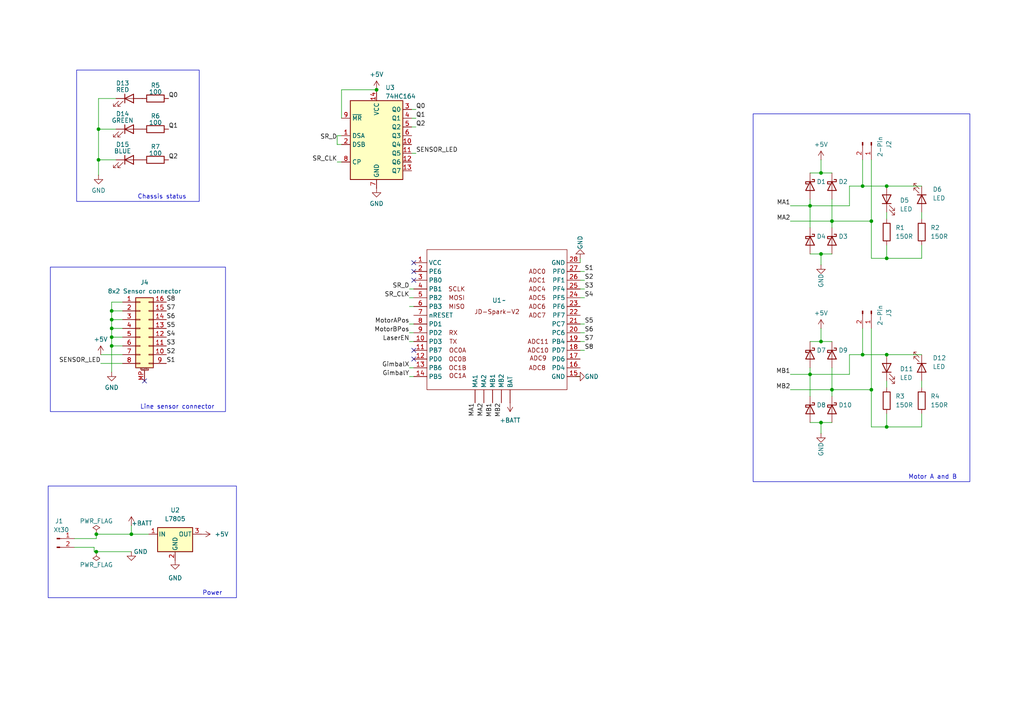
<source format=kicad_sch>
(kicad_sch (version 20231120) (generator "eeschema") (generator_version "8.0")
  (paper "A4")
  (lib_symbols
    (symbol "74xx:74HC164"
      (property "Reference" "U" (at 1.905 -13.97 0))
      (property "Value" "74HC164" (at 1.905 -16.51 0))
      (symbol "74HC164_0_1"
        (rectangle (start 7.62 10.16) (end -7.62 -12.7) (stroke (width 0.254)) (fill (type background)))
      )
      (symbol "74HC164_1_1"
        (pin input line (at -10.16 0 0) (length 2.54) (name "DSA") (number "1"))
        (pin output line (at 10.16 -2.54 180) (length 2.54) (name "Q4") (number "10"))
        (pin output line (at 10.16 -5.08 180) (length 2.54) (name "Q5") (number "11"))
        (pin output line (at 10.16 -7.62 180) (length 2.54) (name "Q6") (number "12"))
        (pin output line (at 10.16 -10.16 180) (length 2.54) (name "Q7") (number "13"))
        (pin power_in line (at 0 12.7 270) (length 2.54) (name "VCC") (number "14"))
        (pin input line (at -10.16 -2.54 0) (length 2.54) (name "DSB") (number "2"))
        (pin output line (at 10.16 7.62 180) (length 2.54) (name "Q0") (number "3"))
        (pin output line (at 10.16 5.08 180) (length 2.54) (name "Q1") (number "4"))
        (pin output line (at 10.16 2.54 180) (length 2.54) (name "Q2") (number "5"))
        (pin output line (at 10.16 0 180) (length 2.54) (name "Q3") (number "6"))
        (pin power_in line (at 0 -15.24 90) (length 2.54) (name "GND") (number "7"))
        (pin input line (at -10.16 -7.62 0) (length 2.54) (name "CP") (number "8"))
        (pin input line (at -10.16 5.08 0) (length 2.54) (name "~{MR}") (number "9"))
      )
    )
    (symbol "Connector:Conn_01x02_Pin" (pin_names (offset 1.016) hide)
      (property "Reference" "J" (at 0 2.54 0))
      (property "Value" "Conn_01x02_Pin" (at 0 -5.08 0))
      (symbol "Conn_01x02_Pin_1_1"
        (polyline (pts (xy 1.27 -2.54) (xy 0.8636 -2.54)) (stroke (width 0.1524)))
        (polyline (pts (xy 1.27 0) (xy 0.8636 0)) (stroke (width 0.1524)))
        (rectangle (start 0.8636 -2.413) (end 0 -2.667) (stroke (width 0.1524)) (fill (type outline)))
        (rectangle (start 0.8636 0.127) (end 0 -0.127) (stroke (width 0.1524)) (fill (type outline)))
        (pin passive line (at 5.08 0 180) (length 3.81) (name "Pin_1") (number "1"))
        (pin passive line (at 5.08 -2.54 180) (length 3.81) (name "Pin_2") (number "2"))
      )
    )
    (symbol "Connector_Generic_MountingPin:Conn_02x08_Counter_Clockwise_MountingPin" (pin_names (offset 1.016) hide)
      (property "Reference" "J" (at 1.27 10.16 0))
      (property "Value" "Conn_02x08_Counter_Clockwise_MountingPin" (at 2.54 -12.7 0))
      (symbol "Conn_02x08_Counter_Clockwise_MountingPin_1_1"
        (rectangle (start -1.27 -10.033) (end 0 -10.287) (stroke (width 0.1524)))
        (rectangle (start -1.27 -7.493) (end 0 -7.747) (stroke (width 0.1524)))
        (rectangle (start -1.27 -4.953) (end 0 -5.207) (stroke (width 0.1524)))
        (rectangle (start -1.27 -2.413) (end 0 -2.667) (stroke (width 0.1524)))
        (rectangle (start -1.27 0.127) (end 0 -0.127) (stroke (width 0.1524)))
        (rectangle (start -1.27 2.667) (end 0 2.413) (stroke (width 0.1524)))
        (rectangle (start -1.27 5.207) (end 0 4.953) (stroke (width 0.1524)))
        (rectangle (start -1.27 7.747) (end 0 7.493) (stroke (width 0.1524)))
        (rectangle (start -1.27 8.89) (end 3.81 -11.43) (stroke (width 0.254)) (fill (type background)))
        (polyline (pts (xy 0.254 -12.192) (xy 2.286 -12.192)) (stroke (width 0.1524)))
        (rectangle (start 3.81 -10.033) (end 2.54 -10.287) (stroke (width 0.1524)))
        (rectangle (start 3.81 -7.493) (end 2.54 -7.747) (stroke (width 0.1524)))
        (rectangle (start 3.81 -4.953) (end 2.54 -5.207) (stroke (width 0.1524)))
        (rectangle (start 3.81 -2.413) (end 2.54 -2.667) (stroke (width 0.1524)))
        (rectangle (start 3.81 0.127) (end 2.54 -0.127) (stroke (width 0.1524)))
        (rectangle (start 3.81 2.667) (end 2.54 2.413) (stroke (width 0.1524)))
        (rectangle (start 3.81 5.207) (end 2.54 4.953) (stroke (width 0.1524)))
        (rectangle (start 3.81 7.747) (end 2.54 7.493) (stroke (width 0.1524)))
        (text "Mounting" (at 1.27 -11.811 0) (effects (font (size 0.381 0.381))))
        (pin passive line (at -5.08 7.62 0) (length 3.81) (name "Pin_1") (number "1"))
        (pin passive line (at 7.62 -7.62 180) (length 3.81) (name "Pin_10") (number "10"))
        (pin passive line (at 7.62 -5.08 180) (length 3.81) (name "Pin_11") (number "11"))
        (pin passive line (at 7.62 -2.54 180) (length 3.81) (name "Pin_12") (number "12"))
        (pin passive line (at 7.62 0 180) (length 3.81) (name "Pin_13") (number "13"))
        (pin passive line (at 7.62 2.54 180) (length 3.81) (name "Pin_14") (number "14"))
        (pin passive line (at 7.62 5.08 180) (length 3.81) (name "Pin_15") (number "15"))
        (pin passive line (at 7.62 7.62 180) (length 3.81) (name "Pin_16") (number "16"))
        (pin passive line (at -5.08 5.08 0) (length 3.81) (name "Pin_2") (number "2"))
        (pin passive line (at -5.08 2.54 0) (length 3.81) (name "Pin_3") (number "3"))
        (pin passive line (at -5.08 0 0) (length 3.81) (name "Pin_4") (number "4"))
        (pin passive line (at -5.08 -2.54 0) (length 3.81) (name "Pin_5") (number "5"))
        (pin passive line (at -5.08 -5.08 0) (length 3.81) (name "Pin_6") (number "6"))
        (pin passive line (at -5.08 -7.62 0) (length 3.81) (name "Pin_7") (number "7"))
        (pin passive line (at -5.08 -10.16 0) (length 3.81) (name "Pin_8") (number "8"))
        (pin passive line (at 7.62 -10.16 180) (length 3.81) (name "Pin_9") (number "9"))
        (pin passive line (at 1.27 -15.24 90) (length 3.048) (name "MountPin") (number "MP"))
      )
    )
    (symbol "Device:D_Schottky" (pin_numbers hide) (pin_names (offset 1.016) hide)
      (property "Reference" "D" (at 0 2.54 0))
      (property "Value" "D_Schottky" (at 0 -2.54 0))
      (symbol "D_Schottky_0_1"
        (polyline (pts (xy 1.27 0) (xy -1.27 0)))
        (polyline (pts (xy 1.27 1.27) (xy 1.27 -1.27) (xy -1.27 0) (xy 1.27 1.27)) (stroke (width 0.254)))
        (polyline (pts (xy -1.905 0.635) (xy -1.905 1.27) (xy -1.27 1.27) (xy -1.27 -1.27) (xy -0.635 -1.27) (xy -0.635 -0.635)) (stroke (width 0.254)))
      )
      (symbol "D_Schottky_1_1"
        (pin passive line (at -3.81 0 0) (length 2.54) (name "K") (number "1"))
        (pin passive line (at 3.81 0 180) (length 2.54) (name "A") (number "2"))
      )
    )
    (symbol "Device:LED" (pin_numbers hide) (pin_names (offset 1.016) hide)
      (property "Reference" "D" (at 0 2.54 0))
      (property "Value" "LED" (at 0 -2.54 0))
      (symbol "LED_0_1"
        (polyline (pts (xy -1.27 -1.27) (xy -1.27 1.27)) (stroke (width 0.254)))
        (polyline (pts (xy -1.27 0) (xy 1.27 0)))
        (polyline (pts (xy 1.27 -1.27) (xy 1.27 1.27) (xy -1.27 0) (xy 1.27 -1.27)) (stroke (width 0.254)))
        (polyline (pts (xy -3.048 -0.762) (xy -4.572 -2.286) (xy -3.81 -2.286) (xy -4.572 -2.286) (xy -4.572 -1.524)))
        (polyline (pts (xy -1.778 -0.762) (xy -3.302 -2.286) (xy -2.54 -2.286) (xy -3.302 -2.286) (xy -3.302 -1.524)))
      )
      (symbol "LED_1_1"
        (pin passive line (at -3.81 0 0) (length 2.54) (name "K") (number "1"))
        (pin passive line (at 3.81 0 180) (length 2.54) (name "A") (number "2"))
      )
    )
    (symbol "Device:R" (pin_numbers hide) (pin_names (offset 0))
      (property "Reference" "R" (at 2.032 0 90))
      (property "Value" "R" (at 0 0 90))
      (symbol "R_0_1"
        (rectangle (start -1.016 -2.54) (end 1.016 2.54) (stroke (width 0.254)))
      )
      (symbol "R_1_1"
        (pin passive line (at 0 3.81 270) (length 1.27) (name "~") (number "1"))
        (pin passive line (at 0 -3.81 90) (length 1.27) (name "~") (number "2"))
      )
    )
    (symbol "MCU_Microchip_ATmega:JD-Spark-V2"
      (property "Reference" "U1" (at 0 5.588 0))
      (property "Value" "~" (at 2.032 5.588 0))
      (symbol "JD-Spark-V2_0_1"
        (rectangle (start -20.32 20.32) (end 20.32 -20.32))
      )
      (symbol "JD-Spark-V2_1_1"
        (text "ADC0" (at 11.684 13.97 0) (effects (font (size 1.27 1.27))))
        (text "ADC1" (at 11.684 11.43 0) (effects (font (size 1.27 1.27))))
        (text "ADC10" (at 11.938 -8.89 0) (effects (font (size 1.27 1.27))))
        (text "ADC11" (at 11.938 -6.35 0) (effects (font (size 1.27 1.27))))
        (text "ADC4" (at 11.684 8.89 0) (effects (font (size 1.27 1.27))))
        (text "ADC5" (at 11.684 6.35 0) (effects (font (size 1.27 1.27))))
        (text "ADC6" (at 11.684 3.81 0) (effects (font (size 1.27 1.27))))
        (text "ADC7" (at 11.684 1.27 0) (effects (font (size 1.27 1.27))))
        (text "ADC8" (at 11.684 -13.97 0) (effects (font (size 1.27 1.27))))
        (text "ADC9" (at 11.938 -11.176 0) (effects (font (size 1.27 1.27))))
        (text "JD-Spark-V2" (at 0 2.286 0) (effects (font (size 1.27 1.27))))
        (text "MISO\n" (at -11.684 3.81 0) (effects (font (size 1.27 1.27))))
        (text "MOSI\n" (at -11.684 6.35 0) (effects (font (size 1.27 1.27))))
        (text "OC0A\n" (at -11.43 -8.89 0) (effects (font (size 1.27 1.27))))
        (text "OC0B" (at -11.43 -11.43 0) (effects (font (size 1.27 1.27))))
        (text "OC1A" (at -11.43 -16.256 0) (effects (font (size 1.27 1.27))))
        (text "OC1B\n" (at -11.43 -13.97 0) (effects (font (size 1.27 1.27))))
        (text "RX" (at -12.7 -3.81 0) (effects (font (size 1.27 1.27))))
        (text "SCLK\n" (at -11.684 8.89 0) (effects (font (size 1.27 1.27))))
        (text "TX\n" (at -12.7 -6.35 0) (effects (font (size 1.27 1.27))))
        (pin passive line (at 3.81 -24.13 90) (length 3.81) (name "BAT") (number ""))
        (pin passive line (at -6.35 -24.13 90) (length 3.81) (name "MA1") (number ""))
        (pin passive line (at -3.81 -24.13 90) (length 3.81) (name "MA2") (number ""))
        (pin passive line (at -1.27 -24.13 90) (length 3.81) (name "MB1") (number ""))
        (pin passive line (at 1.27 -24.13 90) (length 3.81) (name "MB2") (number ""))
        (pin passive line (at -24.13 16.51 0) (length 3.81) (name "VCC") (number "1"))
        (pin passive line (at -24.13 -6.35 0) (length 3.81) (name "PD3") (number "10"))
        (pin passive line (at -24.13 -8.89 0) (length 3.81) (name "PB7") (number "11"))
        (pin passive line (at -24.13 -11.43 0) (length 3.81) (name "PD0") (number "12"))
        (pin passive line (at -24.13 -13.97 0) (length 3.81) (name "PB6") (number "13"))
        (pin passive line (at -24.13 -16.51 0) (length 3.81) (name "PB5") (number "14"))
        (pin passive line (at 24.13 -16.51 180) (length 3.81) (name "GND") (number "15"))
        (pin passive line (at 24.13 -13.97 180) (length 3.81) (name "PD4") (number "16"))
        (pin passive line (at 24.13 -11.43 180) (length 3.81) (name "PD6") (number "17"))
        (pin passive line (at 24.13 -8.89 180) (length 3.81) (name "PD7") (number "18"))
        (pin passive line (at 24.13 -6.35 180) (length 3.81) (name "PB4") (number "19"))
        (pin passive line (at -24.13 13.97 0) (length 3.81) (name "PE6") (number "2"))
        (pin passive line (at 24.13 -3.81 180) (length 3.81) (name "PC6") (number "20"))
        (pin passive line (at 24.13 -1.27 180) (length 3.81) (name "PC7") (number "21"))
        (pin passive line (at 24.13 1.27 180) (length 3.81) (name "PF7") (number "22"))
        (pin passive line (at 24.13 3.81 180) (length 3.81) (name "PF6") (number "23"))
        (pin passive line (at 24.13 6.35 180) (length 3.81) (name "PF5") (number "24"))
        (pin passive line (at 24.13 8.89 180) (length 3.81) (name "PF4") (number "25"))
        (pin passive line (at 24.13 11.43 180) (length 3.81) (name "PF1") (number "26"))
        (pin passive line (at 24.13 13.97 180) (length 3.81) (name "PF0") (number "27"))
        (pin passive line (at 24.13 16.51 180) (length 3.81) (name "GND") (number "28"))
        (pin passive line (at -24.13 11.43 0) (length 3.81) (name "PB0") (number "3"))
        (pin passive line (at -24.13 8.89 0) (length 3.81) (name "PB1") (number "4"))
        (pin passive line (at -24.13 6.35 0) (length 3.81) (name "PB2") (number "5"))
        (pin passive line (at -24.13 3.81 0) (length 3.81) (name "PB3") (number "6"))
        (pin passive line (at -24.13 1.27 0) (length 3.81) (name "nRESET") (number "7"))
        (pin passive line (at -24.13 -1.27 0) (length 3.81) (name "PD1") (number "8"))
        (pin passive line (at -24.13 -3.81 0) (length 3.81) (name "PD2") (number "9"))
      )
    )
    (symbol "Regulator_Linear:L7805" (pin_names (offset 0.254))
      (property "Reference" "U" (at -3.81 3.175 0))
      (property "Value" "L7805" (at 0 3.175 0))
      (symbol "L7805_0_1"
        (rectangle (start -5.08 1.905) (end 5.08 -5.08) (stroke (width 0.254)) (fill (type background)))
      )
      (symbol "L7805_1_1"
        (pin power_in line (at -7.62 0 0) (length 2.54) (name "IN") (number "1"))
        (pin power_in line (at 0 -7.62 90) (length 2.54) (name "GND") (number "2"))
        (pin power_out line (at 7.62 0 180) (length 2.54) (name "OUT") (number "3"))
      )
    )
    (symbol "power:+5V" (power) (pin_numbers hide) (pin_names (offset 0) hide)
      (property "Value" "+5V" (at 0 3.556 0))
      (symbol "+5V_0_1"
        (polyline (pts (xy -0.762 1.27) (xy 0 2.54)))
        (polyline (pts (xy 0 0) (xy 0 2.54)))
        (polyline (pts (xy 0 2.54) (xy 0.762 1.27)))
      )
      (symbol "+5V_1_1"
        (pin power_in line (at 0 0 90) (length 0) (name "~") (number "1"))
      )
    )
    (symbol "power:+BATT" (power) (pin_numbers hide) (pin_names (offset 0) hide)
      (property "Value" "+BATT" (at 0 3.556 0))
      (symbol "+BATT_0_1"
        (polyline (pts (xy -0.762 1.27) (xy 0 2.54)))
        (polyline (pts (xy 0 0) (xy 0 2.54)))
        (polyline (pts (xy 0 2.54) (xy 0.762 1.27)))
      )
      (symbol "+BATT_1_1"
        (pin power_in line (at 0 0 90) (length 0) (name "~") (number "1"))
      )
    )
    (symbol "power:GND" (power) (pin_numbers hide) (pin_names (offset 0) hide)
      (property "Value" "GND" (at 0 -3.81 0))
      (symbol "GND_0_1"
        (polyline (pts (xy 0 0) (xy 0 -1.27) (xy 1.27 -1.27) (xy 0 -2.54) (xy -1.27 -1.27) (xy 0 -1.27)))
      )
      (symbol "GND_1_1"
        (pin power_in line (at 0 0 270) (length 0) (name "~") (number "1"))
      )
    )
    (symbol "power:PWR_FLAG" (power) (pin_numbers hide) (pin_names (offset 0) hide)
      (property "Value" "PWR_FLAG" (at 0 3.81 0))
      (symbol "PWR_FLAG_0_0"
        (pin power_out line (at 0 0 90) (length 0) (name "~") (number "1"))
      )
      (symbol "PWR_FLAG_0_1"
        (polyline (pts (xy 0 0) (xy 0 1.27) (xy -1.016 1.905) (xy 0 2.54) (xy 1.016 1.905) (xy 0 1.27)))
      )
    )
  )
  (junction (at 252.73 64.135))
  (junction (at 238.125 50.165))
  (junction (at 32.385 92.71))
  (junction (at 234.95 59.69))
  (junction (at 238.125 122.555))
  (junction (at 32.385 95.25))
  (junction (at 241.3 64.135))
  (junction (at 234.95 108.585))
  (junction (at 257.175 53.975))
  (junction (at 32.385 90.17))
  (junction (at 257.175 102.87))
  (junction (at 257.175 123.825))
  (junction (at 250.19 102.87))
  (junction (at 28.575 46.355))
  (junction (at 32.385 97.79))
  (junction (at 250.19 53.975))
  (junction (at 238.125 99.06))
  (junction (at 38.1 154.94))
  (junction (at 241.3 113.03))
  (junction (at 109.22 26.035))
  (junction (at 238.125 73.66))
  (junction (at 32.385 100.33))
  (junction (at 27.94 154.94))
  (junction (at 252.73 113.03))
  (junction (at 257.175 74.93))
  (junction (at 27.94 160.02))
  (junction (at 28.575 37.465))
  (no_connect (at 120.015 81.28))
  (no_connect (at 120.015 104.14))
  (no_connect (at 120.015 76.2))
  (no_connect (at 120.015 78.74))
  (no_connect (at 120.015 101.6))
  (no_connect (at 41.91 110.49))
  (wire (pts (xy 267.335 61.595) (xy 267.335 63.5)))
  (wire (pts (xy 118.745 106.68) (xy 120.015 106.68)))
  (wire (pts (xy 32.385 95.25) (xy 32.385 97.79)))
  (wire (pts (xy 238.125 122.555) (xy 241.3 122.555)))
  (wire (pts (xy 99.06 39.37) (xy 97.79 39.37)))
  (wire (pts (xy 99.06 34.29) (xy 99.06 26.035)))
  (wire (pts (xy 118.745 96.52) (xy 120.015 96.52)))
  (wire (pts (xy 257.175 102.87) (xy 267.335 102.87)))
  (wire (pts (xy 169.545 99.06) (xy 168.275 99.06)))
  (wire (pts (xy 246.38 102.87) (xy 250.19 102.87)))
  (wire (pts (xy 118.745 99.06) (xy 120.015 99.06)))
  (wire (pts (xy 168.275 109.22) (xy 167.005 109.22)))
  (wire (pts (xy 234.95 59.69) (xy 234.95 66.04)))
  (wire (pts (xy 238.125 73.66) (xy 241.3 73.66)))
  (wire (pts (xy 257.175 61.595) (xy 257.175 63.5)))
  (wire (pts (xy 241.3 64.135) (xy 252.73 64.135)))
  (wire (pts (xy 27.305 160.02) (xy 27.305 158.75)))
  (wire (pts (xy 35.56 92.71) (xy 32.385 92.71)))
  (wire (pts (xy 28.575 46.355) (xy 33.655 46.355)))
  (wire (pts (xy 118.745 88.9) (xy 120.015 88.9)))
  (wire (pts (xy 229.235 108.585) (xy 234.95 108.585)))
  (wire (pts (xy 169.545 101.6) (xy 168.275 101.6)))
  (wire (pts (xy 38.1 154.94) (xy 43.18 154.94)))
  (wire (pts (xy 246.38 102.87) (xy 246.38 108.585)))
  (wire (pts (xy 32.385 90.17) (xy 32.385 92.71)))
  (wire (pts (xy 97.79 41.91) (xy 99.06 41.91)))
  (wire (pts (xy 241.3 57.785) (xy 241.3 64.135)))
  (wire (pts (xy 118.745 93.98) (xy 120.015 93.98)))
  (wire (pts (xy 32.385 100.33) (xy 35.56 100.33)))
  (wire (pts (xy 238.125 99.06) (xy 241.3 99.06)))
  (wire (pts (xy 28.575 37.465) (xy 33.655 37.465)))
  (wire (pts (xy 252.73 74.93) (xy 252.73 64.135)))
  (wire (pts (xy 32.385 97.79) (xy 32.385 100.33)))
  (wire (pts (xy 234.95 122.555) (xy 238.125 122.555)))
  (wire (pts (xy 267.335 74.93) (xy 257.175 74.93)))
  (wire (pts (xy 28.575 28.575) (xy 28.575 37.465)))
  (wire (pts (xy 168.275 74.93) (xy 168.275 76.2)))
  (wire (pts (xy 169.545 83.82) (xy 168.275 83.82)))
  (wire (pts (xy 109.22 26.035) (xy 109.22 26.67)))
  (wire (pts (xy 257.175 123.825) (xy 257.175 120.015)))
  (wire (pts (xy 234.95 59.69) (xy 246.38 59.69)))
  (wire (pts (xy 120.65 36.83) (xy 119.38 36.83)))
  (wire (pts (xy 32.385 92.71) (xy 32.385 95.25)))
  (wire (pts (xy 234.95 99.06) (xy 238.125 99.06)))
  (wire (pts (xy 267.335 110.49) (xy 267.335 112.395)))
  (wire (pts (xy 238.125 95.25) (xy 238.125 99.06)))
  (wire (pts (xy 234.95 73.66) (xy 238.125 73.66)))
  (wire (pts (xy 120.65 44.45) (xy 119.38 44.45)))
  (wire (pts (xy 241.3 113.03) (xy 252.73 113.03)))
  (wire (pts (xy 35.56 97.79) (xy 32.385 97.79)))
  (wire (pts (xy 33.655 28.575) (xy 28.575 28.575)))
  (wire (pts (xy 238.125 122.555) (xy 238.125 125.73)))
  (wire (pts (xy 257.175 123.825) (xy 252.73 123.825)))
  (wire (pts (xy 250.19 102.87) (xy 257.175 102.87)))
  (wire (pts (xy 252.73 113.03) (xy 252.73 95.25)))
  (wire (pts (xy 238.125 46.355) (xy 238.125 50.165)))
  (wire (pts (xy 267.335 71.12) (xy 267.335 74.93)))
  (wire (pts (xy 229.235 113.03) (xy 241.3 113.03)))
  (wire (pts (xy 267.335 120.015) (xy 267.335 123.825)))
  (wire (pts (xy 234.95 108.585) (xy 234.95 114.935)))
  (wire (pts (xy 169.545 86.36) (xy 168.275 86.36)))
  (wire (pts (xy 234.95 57.785) (xy 234.95 59.69)))
  (wire (pts (xy 97.79 46.99) (xy 99.06 46.99)))
  (wire (pts (xy 169.545 96.52) (xy 168.275 96.52)))
  (wire (pts (xy 267.335 123.825) (xy 257.175 123.825)))
  (wire (pts (xy 27.94 154.94) (xy 38.1 154.94)))
  (wire (pts (xy 169.545 93.98) (xy 168.275 93.98)))
  (wire (pts (xy 169.545 81.28) (xy 168.275 81.28)))
  (wire (pts (xy 35.56 95.25) (xy 32.385 95.25)))
  (wire (pts (xy 120.65 31.75) (xy 119.38 31.75)))
  (wire (pts (xy 229.235 59.69) (xy 234.95 59.69)))
  (wire (pts (xy 120.65 34.29) (xy 119.38 34.29)))
  (wire (pts (xy 32.385 90.17) (xy 35.56 90.17)))
  (wire (pts (xy 21.59 156.21) (xy 27.94 156.21)))
  (wire (pts (xy 241.3 64.135) (xy 241.3 66.04)))
  (wire (pts (xy 38.1 152.4) (xy 38.1 154.94)))
  (wire (pts (xy 257.175 110.49) (xy 257.175 112.395)))
  (wire (pts (xy 118.745 86.36) (xy 120.015 86.36)))
  (wire (pts (xy 238.125 73.66) (xy 238.125 76.835)))
  (wire (pts (xy 118.745 109.22) (xy 120.015 109.22)))
  (wire (pts (xy 27.305 160.02) (xy 27.94 160.02)))
  (wire (pts (xy 234.95 50.165) (xy 238.125 50.165)))
  (wire (pts (xy 28.575 37.465) (xy 28.575 46.355)))
  (wire (pts (xy 250.19 46.355) (xy 250.19 53.975)))
  (wire (pts (xy 241.3 113.03) (xy 241.3 114.935)))
  (wire (pts (xy 234.95 108.585) (xy 246.38 108.585)))
  (wire (pts (xy 32.385 100.33) (xy 32.385 107.95)))
  (wire (pts (xy 229.235 64.135) (xy 241.3 64.135)))
  (wire (pts (xy 250.19 95.25) (xy 250.19 102.87)))
  (wire (pts (xy 246.38 53.975) (xy 250.19 53.975)))
  (wire (pts (xy 27.94 154.94) (xy 27.94 156.21)))
  (wire (pts (xy 241.3 106.68) (xy 241.3 113.03)))
  (wire (pts (xy 257.175 53.975) (xy 267.335 53.975)))
  (wire (pts (xy 29.21 105.41) (xy 35.56 105.41)))
  (wire (pts (xy 35.56 87.63) (xy 32.385 87.63)))
  (wire (pts (xy 238.125 50.165) (xy 241.3 50.165)))
  (wire (pts (xy 257.175 74.93) (xy 257.175 71.12)))
  (wire (pts (xy 169.545 78.74) (xy 168.275 78.74)))
  (wire (pts (xy 28.575 46.355) (xy 28.575 50.8)))
  (wire (pts (xy 29.21 102.87) (xy 35.56 102.87)))
  (wire (pts (xy 252.73 64.135) (xy 252.73 46.355)))
  (wire (pts (xy 27.94 160.02) (xy 38.1 160.02)))
  (wire (pts (xy 252.73 123.825) (xy 252.73 113.03)))
  (wire (pts (xy 97.79 39.37) (xy 97.79 41.91)))
  (wire (pts (xy 234.95 106.68) (xy 234.95 108.585)))
  (wire (pts (xy 99.06 26.035) (xy 109.22 26.035)))
  (wire (pts (xy 118.745 83.82) (xy 120.015 83.82)))
  (wire (pts (xy 246.38 53.975) (xy 246.38 59.69)))
  (wire (pts (xy 27.305 158.75) (xy 21.59 158.75)))
  (wire (pts (xy 32.385 87.63) (xy 32.385 90.17)))
  (wire (pts (xy 257.175 74.93) (xy 252.73 74.93)))
  (wire (pts (xy 250.19 53.975) (xy 257.175 53.975)))
  (rectangle (start 14.605 77.47) (end 65.405 119.38))
  (rectangle (start 13.97 140.97) (end 68.58 173.355))
  (rectangle (start 218.44 33.02) (end 281.305 139.7))
  (rectangle (start 22.225 20.32) (end 57.785 58.42))
  (text "Motor A and B" (at 270.51 138.43 0) (effects (font (size 1.27 1.27))))
  (text "Power\n" (at 61.595 172.085 0) (effects (font (size 1.27 1.27))))
  (text "Chassis status\n" (at 46.99 57.15 0) (effects (font (size 1.27 1.27))))
  (text "Line sensor connector" (at 51.435 118.11 0) (effects (font (size 1.27 1.27))))
  (label "S5" (at 48.26 95.25 0))
  (label "S5" (at 169.545 93.98 0))
  (label "SR_D" (at 97.79 40.64 180))
  (label "SENSOR_LED" (at 120.65 44.45 0))
  (label "MA1" (at 137.795 116.84 270))
  (label "MA2" (at 229.235 64.135 180))
  (label "Q2" (at 48.895 46.355 0))
  (label "MB1" (at 229.235 108.585 180))
  (label "S8" (at 48.26 87.63 0))
  (label "S2" (at 48.26 102.87 0))
  (label "SR_CLK" (at 97.79 46.99 180))
  (label "S4" (at 48.26 97.79 0))
  (label "LaserEN" (at 118.745 99.06 180))
  (label "S6" (at 48.26 92.71 0))
  (label "Q0" (at 48.895 28.575 0))
  (label "S1" (at 48.26 105.41 0))
  (label "SR_D" (at 118.745 83.82 180))
  (label "MotorBPos" (at 118.745 96.52 180))
  (label "S7" (at 48.26 90.17 0))
  (label "S1" (at 169.545 78.74 0))
  (label "S6" (at 169.545 96.52 0))
  (label "GimbalX" (at 118.745 106.68 180))
  (label "Q0" (at 120.65 31.75 0))
  (label "S3" (at 169.545 83.82 0))
  (label "S8" (at 169.545 101.6 0))
  (label "SR_CLK" (at 118.745 86.36 180))
  (label "MA1" (at 229.235 59.69 180))
  (label "S7" (at 169.545 99.06 0))
  (label "MA2" (at 140.335 116.84 270))
  (label "MB1" (at 142.875 116.84 270))
  (label "Q1" (at 48.895 37.465 0))
  (label "GimbalY" (at 118.745 109.22 180))
  (label "Q1" (at 120.65 34.29 0))
  (label "S3" (at 48.26 100.33 0))
  (label "MotorAPos" (at 118.745 93.98 180))
  (label "SENSOR_LED" (at 29.21 105.41 180))
  (label "MB2" (at 229.235 113.03 180))
  (label "S2" (at 169.545 81.28 0))
  (label "MB2" (at 145.415 116.84 270))
  (label "S4" (at 169.545 86.36 0))
  (label "Q2" (at 120.65 36.83 0))
  (symbol (lib_id "Connector:Conn_01x02_Pin") (at 252.73 41.275 270) (unit 1)
    (property "Reference" "J2" (at 257.81 41.91 0))
    (property "Value" "2-Pin" (at 255.27 42.545 0))
    (property "Description" "Generic connector, single row, 01x02, script generated" (effects (hide yes)))
  )
  (symbol (lib_id "MCU_Microchip_ATmega:JD-Spark-V2") (at 144.145 92.71 0) (unit 1)
    (property "Reference" "U1" (at 144.145 87.122 0))
    (property "Value" "~" (at 146.177 87.122 0))
  )
  (symbol (lib_id "power:PWR_FLAG") (at 27.94 154.94 0) (unit 1)
    (property "Reference" "#FLG01" (effects (hide yes)))
    (property "Value" "PWR_FLAG" (at 27.94 151.13 0))
    (property "Description" "Special symbol for telling ERC where power comes from" (effects (hide yes)))
  )
  (symbol (lib_id "Device:R") (at 257.175 116.205 0) (unit 1)
    (property "Reference" "R3" (at 259.715 114.9349 0) (effects (justify left)))
    (property "Value" "150R" (at 259.715 117.4749 0) (effects (justify left)))
    (property "Description" "Resistor" (effects (hide yes)))
  )
  (symbol (lib_id "Device:R") (at 45.085 28.575 90) (unit 1)
    (property "Reference" "R5" (at 45.085 24.765 90))
    (property "Value" "100" (at 45.085 26.67 90))
    (property "Description" "Resistor" (effects (hide yes)))
  )
  (symbol (lib_id "Device:LED") (at 257.175 106.68 90) (unit 1)
    (property "Reference" "D11" (at 260.985 106.9974 90) (effects (justify right)))
    (property "Value" "LED" (at 260.985 109.5374 90) (effects (justify right)))
    (property "Description" "Light emitting diode" (effects (hide yes)))
  )
  (symbol (lib_id "Connector_Generic_MountingPin:Conn_02x08_Counter_Clockwise_MountingPin") (at 40.64 95.25 0) (unit 1)
    (property "Reference" "J4" (at 41.91 81.915 0))
    (property "Value" "8x2 Sensor connector" (at 41.91 84.455 0))
    (property "Footprint" "Connector_PinSocket_2.54mm:PinSocket_2x08_P2.54mm_Vertical" (effects (hide yes)))
    (property "Description" "Generic connectable mounting pin connector, double row, 02x08, counter clockwise pin numbering scheme (similar to DIP package numbering), script generated (kicad-library-utils/schlib/autogen/connector/)" (effects (hide yes)))
    (property "DigiKeyPartNumber" "S7111-ND" (effects (hide yes)))
  )
  (symbol (lib_id "Device:LED") (at 267.335 57.785 270) (unit 1)
    (property "Reference" "D6" (at 270.51 54.9274 90) (effects (justify left)))
    (property "Value" "LED" (at 270.51 57.4674 90) (effects (justify left)))
    (property "Description" "Light emitting diode" (effects (hide yes)))
  )
  (symbol (lib_id "Regulator_Linear:L7805") (at 50.8 154.94 0) (unit 1)
    (property "Reference" "U2" (at 50.8 147.955 0))
    (property "Value" "L7805" (at 50.8 150.495 0))
    (property "Footprint" "Package_TO_SOT_THT:TO-220-3_Horizontal_TabDown" (effects (hide yes)))
    (property "Datasheet" "http://www.st.com/content/ccc/resource/technical/document/datasheet/41/4f/b3/b0/12/d4/47/88/CD00000444.pdf/files/CD00000444.pdf/jcr:content/translations/en.CD00000444.pdf" (effects (hide yes)))
    (property "Description" "Positive 1.5A 35V Linear Regulator, Fixed Output 5V, TO-220/TO-263/TO-252" (effects (hide yes)))
  )
  (symbol (lib_id "Device:D_Schottky") (at 241.3 53.975 270) (unit 1)
    (property "Reference" "D2" (at 243.205 52.705 90) (effects (justify left)))
    (property "Value" "1N5817" (effects (hide yes)))
    (property "Description" "Schottky diode" (effects (hide yes)))
  )
  (symbol (lib_id "Device:R") (at 257.175 67.31 0) (unit 1)
    (property "Reference" "R1" (at 259.715 66.0399 0) (effects (justify left)))
    (property "Value" "150R" (at 259.715 68.5799 0) (effects (justify left)))
    (property "Description" "Resistor" (effects (hide yes)))
  )
  (symbol (lib_id "power:+5V") (at 238.125 46.355 0) (unit 1)
    (property "Reference" "#PWR08" (effects (hide yes)))
    (property "Value" "+5V" (at 238.125 41.91 0))
    (property "Description" "Power symbol creates a global label with name \"+5V\"" (effects (hide yes)))
  )
  (symbol (lib_id "Device:D_Schottky") (at 234.95 53.975 270) (unit 1)
    (property "Reference" "D1" (at 236.855 52.705 90) (effects (justify left)))
    (property "Value" "1N5817" (effects (hide yes)))
    (property "Description" "Schottky diode" (effects (hide yes)))
  )
  (symbol (lib_id "Device:LED") (at 37.465 46.355 0) (unit 1)
    (property "Reference" "D15" (at 35.56 41.91 0))
    (property "Value" "BLUE" (at 35.56 43.815 0))
    (property "Description" "Light emitting diode" (effects (hide yes)))
  )
  (symbol (lib_id "Device:R") (at 45.085 46.355 90) (unit 1)
    (property "Reference" "R7" (at 45.085 42.545 90))
    (property "Value" "100" (at 45.085 44.45 90))
    (property "Description" "Resistor" (effects (hide yes)))
  )
  (symbol (lib_id "power:GND") (at 238.125 76.835 0) (unit 1)
    (property "Reference" "#PWR06" (effects (hide yes)))
    (property "Value" "GND" (at 238.125 79.375 90) (effects (justify right)))
    (property "Description" "Power symbol creates a global label with name \"GND\" , ground" (effects (hide yes)))
  )
  (symbol (lib_id "power:+5V") (at 238.125 95.25 0) (unit 1)
    (property "Reference" "#PWR015" (effects (hide yes)))
    (property "Value" "+5V" (at 238.125 90.805 0))
    (property "Description" "Power symbol creates a global label with name \"+5V\"" (effects (hide yes)))
  )
  (symbol (lib_id "Device:D_Schottky") (at 234.95 102.87 270) (unit 1)
    (property "Reference" "D7" (at 236.855 101.6 90) (effects (justify left)))
    (property "Value" "1N5817" (effects (hide yes)))
    (property "Description" "Schottky diode" (effects (hide yes)))
  )
  (symbol (lib_id "Device:D_Schottky") (at 241.3 69.85 270) (unit 1)
    (property "Reference" "D3" (at 243.205 68.58 90) (effects (justify left)))
    (property "Value" "1N5817" (effects (hide yes)))
    (property "Description" "Schottky diode" (effects (hide yes)))
  )
  (symbol (lib_id "power:+BATT") (at 38.1 152.4 0) (unit 1)
    (property "Reference" "#PWR03" (effects (hide yes)))
    (property "Value" "+BATT" (at 38.1 151.765 0) (effects (justify left)))
    (property "Description" "Power symbol creates a global label with name \"+BATT\"" (effects (hide yes)))
  )
  (symbol (lib_id "power:+5V") (at 109.22 26.035 0) (unit 1)
    (property "Reference" "#PWR012" (effects (hide yes)))
    (property "Value" "+5V" (at 109.22 21.59 0))
    (property "Description" "Power symbol creates a global label with name \"+5V\"" (effects (hide yes)))
  )
  (symbol (lib_id "power:GND") (at 38.1 160.02 0) (unit 1)
    (property "Reference" "#PWR05" (effects (hide yes)))
    (property "Value" "GND" (at 38.735 160.02 0) (effects (justify left)))
    (property "Description" "Power symbol creates a global label with name \"GND\" , ground" (effects (hide yes)))
  )
  (symbol (lib_id "Device:R") (at 267.335 67.31 0) (unit 1)
    (property "Reference" "R2" (at 269.875 66.0399 0) (effects (justify left)))
    (property "Value" "150R" (at 269.875 68.5799 0) (effects (justify left)))
    (property "Description" "Resistor" (effects (hide yes)))
  )
  (symbol (lib_id "power:GND") (at 50.8 162.56 0) (unit 1)
    (property "Reference" "#PWR013" (effects (hide yes)))
    (property "Value" "GND" (at 50.8 167.64 0))
    (property "Description" "Power symbol creates a global label with name \"GND\" , ground" (effects (hide yes)))
  )
  (symbol (lib_id "Device:D_Schottky") (at 241.3 118.745 270) (unit 1)
    (property "Reference" "D10" (at 243.205 117.475 90) (effects (justify left)))
    (property "Value" "1N5817" (effects (hide yes)))
    (property "Description" "Schottky diode" (effects (hide yes)))
  )
  (symbol (lib_id "Device:R") (at 267.335 116.205 0) (unit 1)
    (property "Reference" "R4" (at 269.875 114.9349 0) (effects (justify left)))
    (property "Value" "150R" (at 269.875 117.4749 0) (effects (justify left)))
    (property "Description" "Resistor" (effects (hide yes)))
  )
  (symbol (lib_id "power:GND") (at 32.385 107.95 0) (unit 1)
    (property "Reference" "#PWR011" (effects (hide yes)))
    (property "Value" "GND" (at 32.385 112.395 0))
    (property "Description" "Power symbol creates a global label with name \"GND\" , ground" (effects (hide yes)))
  )
  (symbol (lib_id "power:+5V") (at 29.21 102.87 0) (unit 1)
    (property "Reference" "#PWR07" (effects (hide yes)))
    (property "Value" "+5V" (at 29.21 98.425 0))
    (property "Description" "Power symbol creates a global label with name \"+5V\"" (effects (hide yes)))
  )
  (symbol (lib_id "Connector:Conn_01x02_Pin") (at 16.51 156.21 0) (unit 1)
    (property "Reference" "J1" (at 17.145 151.13 0))
    (property "Value" "Xt30" (at 17.78 153.67 0))
    (property "Description" "Generic connector, single row, 01x02, script generated" (effects (hide yes)))
  )
  (symbol (lib_id "74xx:74HC164") (at 109.22 39.37 0) (unit 1)
    (property "Reference" "U3" (at 111.76 25.4 0) (effects (justify left)))
    (property "Value" "74HC164" (at 111.76 27.94 0) (effects (justify left)))
    (property "Datasheet" "https://assets.nexperia.com/documents/data-sheet/74HC_HCT164.pdf" (effects (hide yes)))
    (property "Description" "8-bit serial-in parallel-out shift register" (effects (hide yes)))
  )
  (symbol (lib_id "power:GND") (at 109.22 54.61 0) (unit 1)
    (property "Reference" "#PWR016" (effects (hide yes)))
    (property "Value" "GND" (at 109.22 59.055 0))
    (property "Description" "Power symbol creates a global label with name \"GND\" , ground" (effects (hide yes)))
  )
  (symbol (lib_id "Device:LED") (at 267.335 106.68 270) (unit 1)
    (property "Reference" "D12" (at 270.51 103.8224 90) (effects (justify left)))
    (property "Value" "LED" (at 270.51 106.3624 90) (effects (justify left)))
    (property "Description" "Light emitting diode" (effects (hide yes)))
  )
  (symbol (lib_id "power:+5V") (at 58.42 154.94 270) (unit 1)
    (property "Reference" "#PWR014" (effects (hide yes)))
    (property "Value" "+5V" (at 62.23 154.9399 90) (effects (justify left)))
    (property "Description" "Power symbol creates a global label with name \"+5V\"" (effects (hide yes)))
  )
  (symbol (lib_id "power:GND") (at 167.005 109.22 90) (unit 1)
    (property "Reference" "#PWR02" (effects (hide yes)))
    (property "Value" "GND" (at 169.545 109.22 90) (effects (justify right)))
    (property "Description" "Power symbol creates a global label with name \"GND\" , ground" (effects (hide yes)))
  )
  (symbol (lib_id "power:GND") (at 168.275 74.93 180) (unit 1)
    (property "Reference" "#PWR01" (effects (hide yes)))
    (property "Value" "GND" (at 168.275 72.39 90) (effects (justify right)))
    (property "Description" "Power symbol creates a global label with name \"GND\" , ground" (effects (hide yes)))
  )
  (symbol (lib_id "power:GND") (at 238.125 125.73 0) (unit 1)
    (property "Reference" "#PWR09" (effects (hide yes)))
    (property "Value" "GND" (at 238.125 128.27 90) (effects (justify right)))
    (property "Description" "Power symbol creates a global label with name \"GND\" , ground" (effects (hide yes)))
  )
  (symbol (lib_id "power:GND") (at 28.575 50.8 0) (unit 1)
    (property "Reference" "#PWR010" (effects (hide yes)))
    (property "Value" "GND" (at 28.575 55.245 0))
    (property "Description" "Power symbol creates a global label with name \"GND\" , ground" (effects (hide yes)))
  )
  (symbol (lib_id "Device:LED") (at 37.465 28.575 0) (unit 1)
    (property "Reference" "D13" (at 35.56 24.13 0))
    (property "Value" "RED" (at 35.56 26.035 0))
    (property "Description" "Light emitting diode" (effects (hide yes)))
  )
  (symbol (lib_id "Device:D_Schottky") (at 241.3 102.87 270) (unit 1)
    (property "Reference" "D9" (at 243.205 101.6 90) (effects (justify left)))
    (property "Value" "1N5817" (effects (hide yes)))
    (property "Description" "Schottky diode" (effects (hide yes)))
  )
  (symbol (lib_id "Connector:Conn_01x02_Pin") (at 252.73 90.17 270) (unit 1)
    (property "Reference" "J3" (at 257.81 90.805 0))
    (property "Value" "2-Pin" (at 255.27 91.44 0))
    (property "Description" "Generic connector, single row, 01x02, script generated" (effects (hide yes)))
  )
  (symbol (lib_id "Device:D_Schottky") (at 234.95 118.745 270) (unit 1)
    (property "Reference" "D8" (at 236.855 117.475 90) (effects (justify left)))
    (property "Value" "1N5817" (effects (hide yes)))
    (property "Description" "Schottky diode" (effects (hide yes)))
  )
  (symbol (lib_id "Device:LED") (at 37.465 37.465 0) (unit 1)
    (property "Reference" "D14" (at 35.56 33.02 0))
    (property "Value" "GREEN" (at 35.56 34.925 0))
    (property "Description" "Light emitting diode" (effects (hide yes)))
  )
  (symbol (lib_id "power:+BATT") (at 147.955 116.84 180) (unit 1)
    (property "Reference" "#PWR04" (effects (hide yes)))
    (property "Value" "+BATT" (at 147.955 121.92 0))
    (property "Description" "Power symbol creates a global label with name \"+BATT\"" (effects (hide yes)))
  )
  (symbol (lib_id "Device:LED") (at 257.175 57.785 90) (unit 1)
    (property "Reference" "D5" (at 260.985 58.1024 90) (effects (justify right)))
    (property "Value" "LED" (at 260.985 60.6424 90) (effects (justify right)))
    (property "Description" "Light emitting diode" (effects (hide yes)))
  )
  (symbol (lib_id "power:PWR_FLAG") (at 27.94 160.02 180) (unit 1)
    (property "Reference" "#FLG02" (effects (hide yes)))
    (property "Value" "PWR_FLAG" (at 27.94 163.83 0))
    (property "Description" "Special symbol for telling ERC where power comes from" (effects (hide yes)))
  )
  (symbol (lib_id "Device:D_Schottky") (at 234.95 69.85 270) (unit 1)
    (property "Reference" "D4" (at 236.855 68.58 90) (effects (justify left)))
    (property "Value" "1N5817" (effects (hide yes)))
    (property "Description" "Schottky diode" (effects (hide yes)))
  )
  (symbol (lib_id "Device:R") (at 45.085 37.465 90) (unit 1)
    (property "Reference" "R6" (at 45.085 33.655 90))
    (property "Value" "100" (at 45.085 35.56 90))
    (property "Description" "Resistor" (effects (hide yes)))
  )
)
</source>
